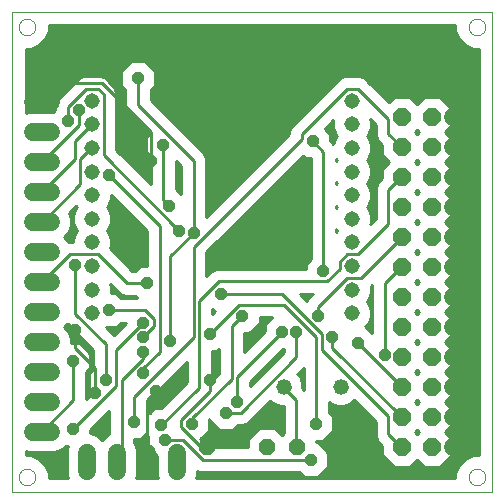
<source format=gbl>
G75*
G70*
%OFA0B0*%
%FSLAX24Y24*%
%IPPOS*%
%LPD*%
%AMOC8*
5,1,8,0,0,1.08239X$1,22.5*
%
%ADD10C,0.0000*%
%ADD11C,0.0520*%
%ADD12OC8,0.0520*%
%ADD13C,0.0515*%
%ADD14C,0.0600*%
%ADD15OC8,0.0600*%
%ADD16C,0.0100*%
%ADD17OC8,0.0400*%
D10*
X000417Y000150D02*
X000417Y016150D01*
X016417Y016150D01*
X016417Y000150D01*
X000417Y000150D01*
X000641Y000650D02*
X000643Y000683D01*
X000649Y000715D01*
X000658Y000746D01*
X000671Y000776D01*
X000688Y000804D01*
X000708Y000830D01*
X000731Y000854D01*
X000756Y000874D01*
X000784Y000892D01*
X000813Y000906D01*
X000844Y000916D01*
X000876Y000923D01*
X000909Y000926D01*
X000942Y000925D01*
X000974Y000920D01*
X001005Y000911D01*
X001036Y000899D01*
X001064Y000883D01*
X001091Y000864D01*
X001115Y000842D01*
X001136Y000817D01*
X001155Y000790D01*
X001170Y000761D01*
X001181Y000731D01*
X001189Y000699D01*
X001193Y000666D01*
X001193Y000634D01*
X001189Y000601D01*
X001181Y000569D01*
X001170Y000539D01*
X001155Y000510D01*
X001136Y000483D01*
X001115Y000458D01*
X001091Y000436D01*
X001064Y000417D01*
X001036Y000401D01*
X001005Y000389D01*
X000974Y000380D01*
X000942Y000375D01*
X000909Y000374D01*
X000876Y000377D01*
X000844Y000384D01*
X000813Y000394D01*
X000784Y000408D01*
X000756Y000426D01*
X000731Y000446D01*
X000708Y000470D01*
X000688Y000496D01*
X000671Y000524D01*
X000658Y000554D01*
X000649Y000585D01*
X000643Y000617D01*
X000641Y000650D01*
X015641Y000650D02*
X015643Y000683D01*
X015649Y000715D01*
X015658Y000746D01*
X015671Y000776D01*
X015688Y000804D01*
X015708Y000830D01*
X015731Y000854D01*
X015756Y000874D01*
X015784Y000892D01*
X015813Y000906D01*
X015844Y000916D01*
X015876Y000923D01*
X015909Y000926D01*
X015942Y000925D01*
X015974Y000920D01*
X016005Y000911D01*
X016036Y000899D01*
X016064Y000883D01*
X016091Y000864D01*
X016115Y000842D01*
X016136Y000817D01*
X016155Y000790D01*
X016170Y000761D01*
X016181Y000731D01*
X016189Y000699D01*
X016193Y000666D01*
X016193Y000634D01*
X016189Y000601D01*
X016181Y000569D01*
X016170Y000539D01*
X016155Y000510D01*
X016136Y000483D01*
X016115Y000458D01*
X016091Y000436D01*
X016064Y000417D01*
X016036Y000401D01*
X016005Y000389D01*
X015974Y000380D01*
X015942Y000375D01*
X015909Y000374D01*
X015876Y000377D01*
X015844Y000384D01*
X015813Y000394D01*
X015784Y000408D01*
X015756Y000426D01*
X015731Y000446D01*
X015708Y000470D01*
X015688Y000496D01*
X015671Y000524D01*
X015658Y000554D01*
X015649Y000585D01*
X015643Y000617D01*
X015641Y000650D01*
X015641Y015650D02*
X015643Y015683D01*
X015649Y015715D01*
X015658Y015746D01*
X015671Y015776D01*
X015688Y015804D01*
X015708Y015830D01*
X015731Y015854D01*
X015756Y015874D01*
X015784Y015892D01*
X015813Y015906D01*
X015844Y015916D01*
X015876Y015923D01*
X015909Y015926D01*
X015942Y015925D01*
X015974Y015920D01*
X016005Y015911D01*
X016036Y015899D01*
X016064Y015883D01*
X016091Y015864D01*
X016115Y015842D01*
X016136Y015817D01*
X016155Y015790D01*
X016170Y015761D01*
X016181Y015731D01*
X016189Y015699D01*
X016193Y015666D01*
X016193Y015634D01*
X016189Y015601D01*
X016181Y015569D01*
X016170Y015539D01*
X016155Y015510D01*
X016136Y015483D01*
X016115Y015458D01*
X016091Y015436D01*
X016064Y015417D01*
X016036Y015401D01*
X016005Y015389D01*
X015974Y015380D01*
X015942Y015375D01*
X015909Y015374D01*
X015876Y015377D01*
X015844Y015384D01*
X015813Y015394D01*
X015784Y015408D01*
X015756Y015426D01*
X015731Y015446D01*
X015708Y015470D01*
X015688Y015496D01*
X015671Y015524D01*
X015658Y015554D01*
X015649Y015585D01*
X015643Y015617D01*
X015641Y015650D01*
X000641Y015650D02*
X000643Y015683D01*
X000649Y015715D01*
X000658Y015746D01*
X000671Y015776D01*
X000688Y015804D01*
X000708Y015830D01*
X000731Y015854D01*
X000756Y015874D01*
X000784Y015892D01*
X000813Y015906D01*
X000844Y015916D01*
X000876Y015923D01*
X000909Y015926D01*
X000942Y015925D01*
X000974Y015920D01*
X001005Y015911D01*
X001036Y015899D01*
X001064Y015883D01*
X001091Y015864D01*
X001115Y015842D01*
X001136Y015817D01*
X001155Y015790D01*
X001170Y015761D01*
X001181Y015731D01*
X001189Y015699D01*
X001193Y015666D01*
X001193Y015634D01*
X001189Y015601D01*
X001181Y015569D01*
X001170Y015539D01*
X001155Y015510D01*
X001136Y015483D01*
X001115Y015458D01*
X001091Y015436D01*
X001064Y015417D01*
X001036Y015401D01*
X001005Y015389D01*
X000974Y015380D01*
X000942Y015375D01*
X000909Y015374D01*
X000876Y015377D01*
X000844Y015384D01*
X000813Y015394D01*
X000784Y015408D01*
X000756Y015426D01*
X000731Y015446D01*
X000708Y015470D01*
X000688Y015496D01*
X000671Y015524D01*
X000658Y015554D01*
X000649Y015585D01*
X000643Y015617D01*
X000641Y015650D01*
D11*
X009467Y003650D03*
X011367Y003650D03*
D12*
X011917Y001650D03*
X009917Y001650D03*
X008917Y001650D03*
X006917Y001650D03*
D13*
X003086Y006107D03*
X003086Y006894D03*
X003086Y007681D03*
X003086Y008469D03*
X003086Y009256D03*
X003086Y010044D03*
X003086Y010831D03*
X003086Y011619D03*
X003086Y012406D03*
X003086Y013193D03*
X011747Y013193D03*
X011747Y012406D03*
X011747Y011619D03*
X011747Y010831D03*
X011747Y010044D03*
X011747Y009256D03*
X011747Y008469D03*
X011747Y007681D03*
X011747Y006894D03*
X011747Y006107D03*
D14*
X015117Y005650D02*
X015717Y005650D01*
X015717Y004650D02*
X015117Y004650D01*
X015117Y003650D02*
X015717Y003650D01*
X015717Y002650D02*
X015117Y002650D01*
X015117Y001650D02*
X015717Y001650D01*
X015717Y006650D02*
X015117Y006650D01*
X015117Y007650D02*
X015717Y007650D01*
X015717Y008650D02*
X015117Y008650D01*
X015117Y009650D02*
X015717Y009650D01*
X015717Y010650D02*
X015117Y010650D01*
X015117Y011650D02*
X015717Y011650D01*
X015717Y012650D02*
X015117Y012650D01*
X005917Y001450D02*
X005917Y000850D01*
X004917Y000850D02*
X004917Y001450D01*
X003917Y001450D02*
X003917Y000850D01*
X002917Y000850D02*
X002917Y001450D01*
X001717Y002150D02*
X001117Y002150D01*
X001117Y003150D02*
X001717Y003150D01*
X001717Y004150D02*
X001117Y004150D01*
X001117Y005150D02*
X001717Y005150D01*
X001717Y006150D02*
X001117Y006150D01*
X001117Y007150D02*
X001717Y007150D01*
X001717Y008150D02*
X001117Y008150D01*
X001117Y009150D02*
X001717Y009150D01*
X001717Y010150D02*
X001117Y010150D01*
X001117Y011150D02*
X001717Y011150D01*
X001717Y012150D02*
X001117Y012150D01*
X001117Y013150D02*
X001717Y013150D01*
D15*
X013417Y012650D03*
X014417Y012650D03*
X014417Y011650D03*
X014417Y010650D03*
X014417Y009650D03*
X014417Y008650D03*
X013417Y008650D03*
X013417Y009650D03*
X013417Y010650D03*
X013417Y011650D03*
X013417Y007650D03*
X014417Y007650D03*
X014417Y006650D03*
X014417Y005650D03*
X014417Y004650D03*
X014417Y003650D03*
X014417Y002650D03*
X014417Y001650D03*
X013417Y001650D03*
X013417Y002650D03*
X013417Y003650D03*
X013417Y004650D03*
X013417Y005650D03*
X013417Y006650D03*
D16*
X013873Y006159D02*
X013961Y006159D01*
X013969Y006150D02*
X013917Y006202D01*
X013864Y006150D01*
X013917Y006098D01*
X013969Y006150D01*
X014864Y006150D02*
X015087Y006372D01*
X015087Y006928D01*
X014864Y007150D01*
X015087Y007372D01*
X015087Y007928D01*
X014864Y008150D01*
X015087Y008372D01*
X015087Y008928D01*
X014864Y009150D01*
X015087Y009372D01*
X015087Y009928D01*
X014864Y010150D01*
X015087Y010372D01*
X015087Y010928D01*
X014864Y011150D01*
X015087Y011372D01*
X015087Y011928D01*
X014864Y012150D01*
X015087Y012372D01*
X015087Y012928D01*
X014694Y013320D01*
X014139Y013320D01*
X013917Y013098D01*
X013694Y013320D01*
X013139Y013320D01*
X012970Y013151D01*
X012293Y013828D01*
X012175Y013946D01*
X012020Y014010D01*
X011493Y014010D01*
X011339Y013946D01*
X011221Y013828D01*
X009721Y012328D01*
X009657Y012174D01*
X009657Y012084D01*
X006897Y009324D01*
X006897Y011274D01*
X006833Y011428D01*
X006715Y011546D01*
X005037Y013224D01*
X005037Y013564D01*
X005187Y013714D01*
X005187Y014186D01*
X004853Y014520D01*
X004381Y014520D01*
X004047Y014186D01*
X004047Y013714D01*
X004197Y013564D01*
X004197Y012966D01*
X004261Y012812D01*
X004997Y012076D01*
X004887Y011966D01*
X004887Y011494D01*
X005037Y011344D01*
X005037Y010404D01*
X003897Y011544D01*
X003897Y013494D01*
X003833Y013648D01*
X003653Y013828D01*
X003535Y013946D01*
X003380Y014010D01*
X002793Y014010D01*
X002639Y013946D01*
X002039Y013346D01*
X001921Y013228D01*
X001857Y013074D01*
X001857Y012896D01*
X001781Y012820D01*
X000983Y012820D01*
X000867Y012772D01*
X000867Y014924D01*
X001061Y014924D01*
X001328Y015035D01*
X001532Y015239D01*
X001642Y015506D01*
X001642Y015700D01*
X015191Y015700D01*
X015191Y015506D01*
X015302Y015239D01*
X015506Y015035D01*
X015772Y014924D01*
X015967Y014924D01*
X015967Y001376D01*
X015772Y001376D01*
X015506Y001265D01*
X015302Y001061D01*
X015191Y000794D01*
X015191Y000600D01*
X006538Y000600D01*
X006587Y000717D01*
X006587Y000854D01*
X006693Y000810D01*
X009991Y000810D01*
X010141Y000660D01*
X010613Y000660D01*
X010947Y000994D01*
X010947Y001466D01*
X010613Y001800D01*
X010547Y001800D01*
X010547Y001860D01*
X010793Y001860D01*
X011127Y002194D01*
X011127Y002666D01*
X010977Y002816D01*
X010977Y003149D01*
X011010Y003116D01*
X011241Y003020D01*
X011492Y003020D01*
X011724Y003116D01*
X011820Y003213D01*
X012537Y002496D01*
X012537Y001986D01*
X012601Y001832D01*
X012747Y001686D01*
X012747Y001372D01*
X013139Y000980D01*
X013694Y000980D01*
X013917Y001202D01*
X014139Y000980D01*
X014694Y000980D01*
X015087Y001372D01*
X015087Y001928D01*
X014864Y002150D01*
X015087Y002372D01*
X015087Y002928D01*
X014864Y003150D01*
X015087Y003372D01*
X015087Y003928D01*
X014864Y004150D01*
X015087Y004372D01*
X015087Y004928D01*
X014864Y005150D01*
X015087Y005372D01*
X015087Y005928D01*
X014864Y006150D01*
X014873Y006159D02*
X015967Y006159D01*
X015967Y006257D02*
X014971Y006257D01*
X015070Y006356D02*
X015967Y006356D01*
X015967Y006454D02*
X015087Y006454D01*
X015087Y006553D02*
X015967Y006553D01*
X015967Y006651D02*
X015087Y006651D01*
X015087Y006750D02*
X015967Y006750D01*
X015967Y006848D02*
X015087Y006848D01*
X015068Y006947D02*
X015967Y006947D01*
X015967Y007045D02*
X014969Y007045D01*
X014871Y007144D02*
X015967Y007144D01*
X015967Y007242D02*
X014956Y007242D01*
X015055Y007341D02*
X015967Y007341D01*
X015967Y007439D02*
X015087Y007439D01*
X015087Y007538D02*
X015967Y007538D01*
X015967Y007636D02*
X015087Y007636D01*
X015087Y007735D02*
X015967Y007735D01*
X015967Y007833D02*
X015087Y007833D01*
X015083Y007932D02*
X015967Y007932D01*
X015967Y008030D02*
X014984Y008030D01*
X014886Y008129D02*
X015967Y008129D01*
X015967Y008227D02*
X014941Y008227D01*
X015040Y008326D02*
X015967Y008326D01*
X015967Y008424D02*
X015087Y008424D01*
X015087Y008523D02*
X015967Y008523D01*
X015967Y008621D02*
X015087Y008621D01*
X015087Y008720D02*
X015967Y008720D01*
X015967Y008818D02*
X015087Y008818D01*
X015087Y008917D02*
X015967Y008917D01*
X015967Y009015D02*
X014999Y009015D01*
X014901Y009114D02*
X015967Y009114D01*
X015967Y009212D02*
X014926Y009212D01*
X015025Y009311D02*
X015967Y009311D01*
X015967Y009409D02*
X015087Y009409D01*
X015087Y009508D02*
X015967Y009508D01*
X015967Y009606D02*
X015087Y009606D01*
X015087Y009705D02*
X015967Y009705D01*
X015967Y009803D02*
X015087Y009803D01*
X015087Y009902D02*
X015967Y009902D01*
X015967Y010000D02*
X015014Y010000D01*
X014916Y010099D02*
X015967Y010099D01*
X015967Y010197D02*
X014911Y010197D01*
X015010Y010296D02*
X015967Y010296D01*
X015967Y010394D02*
X015087Y010394D01*
X015087Y010493D02*
X015967Y010493D01*
X015967Y010591D02*
X015087Y010591D01*
X015087Y010690D02*
X015967Y010690D01*
X015967Y010788D02*
X015087Y010788D01*
X015087Y010887D02*
X015967Y010887D01*
X015967Y010985D02*
X015029Y010985D01*
X014931Y011084D02*
X015967Y011084D01*
X015967Y011182D02*
X014896Y011182D01*
X014995Y011281D02*
X015967Y011281D01*
X015967Y011379D02*
X015087Y011379D01*
X015087Y011478D02*
X015967Y011478D01*
X015967Y011576D02*
X015087Y011576D01*
X015087Y011675D02*
X015967Y011675D01*
X015967Y011773D02*
X015087Y011773D01*
X015087Y011872D02*
X015967Y011872D01*
X015967Y011970D02*
X015044Y011970D01*
X014946Y012069D02*
X015967Y012069D01*
X015967Y012167D02*
X014881Y012167D01*
X014980Y012266D02*
X015967Y012266D01*
X015967Y012364D02*
X015078Y012364D01*
X015087Y012463D02*
X015967Y012463D01*
X015967Y012561D02*
X015087Y012561D01*
X015087Y012660D02*
X015967Y012660D01*
X015967Y012758D02*
X015087Y012758D01*
X015087Y012857D02*
X015967Y012857D01*
X015967Y012955D02*
X015059Y012955D01*
X014961Y013054D02*
X015967Y013054D01*
X015967Y013152D02*
X014862Y013152D01*
X014764Y013251D02*
X015967Y013251D01*
X015967Y013349D02*
X012772Y013349D01*
X012870Y013251D02*
X013070Y013251D01*
X012971Y013152D02*
X012969Y013152D01*
X012673Y013448D02*
X015967Y013448D01*
X015967Y013546D02*
X012575Y013546D01*
X012476Y013645D02*
X015967Y013645D01*
X015967Y013743D02*
X012378Y013743D01*
X012293Y013828D02*
X012293Y013828D01*
X012279Y013842D02*
X015967Y013842D01*
X015967Y013940D02*
X012181Y013940D01*
X011937Y013590D02*
X012957Y012570D01*
X012957Y012090D01*
X013377Y011670D01*
X013417Y011650D01*
X013896Y011182D02*
X013937Y011182D01*
X013917Y011202D02*
X013969Y011150D01*
X013917Y011098D01*
X013864Y011150D01*
X013917Y011202D01*
X013417Y010650D02*
X013377Y010650D01*
X012957Y010230D01*
X012957Y009090D01*
X011937Y008070D01*
X011577Y008070D01*
X011337Y007830D01*
X011337Y007590D01*
X010917Y007170D01*
X007317Y007170D01*
X006657Y006510D01*
X006657Y003630D01*
X005397Y002370D01*
X004947Y002014D02*
X004947Y001654D01*
X005247Y001354D01*
X005247Y000717D01*
X005295Y000600D01*
X004538Y000600D01*
X004587Y000717D01*
X004587Y001583D01*
X004497Y001801D01*
X004497Y001920D01*
X004733Y001920D01*
X004887Y002074D01*
X004947Y002014D01*
X004939Y002022D02*
X004834Y002022D01*
X004736Y001923D02*
X004947Y001923D01*
X004947Y001825D02*
X004497Y001825D01*
X004528Y001726D02*
X004947Y001726D01*
X004973Y001628D02*
X004568Y001628D01*
X004587Y001529D02*
X005072Y001529D01*
X005170Y001431D02*
X004587Y001431D01*
X004587Y001332D02*
X005247Y001332D01*
X005247Y001234D02*
X004587Y001234D01*
X004587Y001135D02*
X005247Y001135D01*
X005247Y001037D02*
X004587Y001037D01*
X004587Y000938D02*
X005247Y000938D01*
X005247Y000840D02*
X004587Y000840D01*
X004587Y000741D02*
X005247Y000741D01*
X005277Y000643D02*
X004556Y000643D01*
X004917Y001150D02*
X004917Y003210D01*
X005217Y003510D01*
X005260Y003499D02*
X005932Y003499D01*
X006030Y003598D02*
X005358Y003598D01*
X005457Y003696D02*
X006129Y003696D01*
X006227Y003795D02*
X005555Y003795D01*
X005654Y003893D02*
X006237Y003893D01*
X006237Y003804D02*
X005373Y002940D01*
X005161Y002940D01*
X005007Y002786D01*
X004917Y002876D01*
X004917Y003156D01*
X006237Y004476D01*
X006237Y003804D01*
X006237Y003992D02*
X005752Y003992D01*
X005851Y004090D02*
X006237Y004090D01*
X006237Y004189D02*
X005949Y004189D01*
X006048Y004287D02*
X006237Y004287D01*
X006237Y004386D02*
X006146Y004386D01*
X005697Y005190D02*
X005697Y008010D01*
X006477Y008790D01*
X006477Y011190D01*
X004617Y013050D01*
X004617Y013950D01*
X005039Y014334D02*
X015967Y014334D01*
X015967Y014236D02*
X005137Y014236D01*
X005187Y014137D02*
X015967Y014137D01*
X015967Y014039D02*
X005187Y014039D01*
X005187Y013940D02*
X011333Y013940D01*
X011234Y013842D02*
X005187Y013842D01*
X005187Y013743D02*
X011136Y013743D01*
X011037Y013645D02*
X005117Y013645D01*
X005037Y013546D02*
X010939Y013546D01*
X010840Y013448D02*
X005037Y013448D01*
X005037Y013349D02*
X010742Y013349D01*
X010643Y013251D02*
X005037Y013251D01*
X005109Y013152D02*
X010545Y013152D01*
X010446Y013054D02*
X005207Y013054D01*
X005306Y012955D02*
X010348Y012955D01*
X010249Y012857D02*
X005404Y012857D01*
X005503Y012758D02*
X010151Y012758D01*
X010052Y012660D02*
X005601Y012660D01*
X005700Y012561D02*
X009954Y012561D01*
X009855Y012463D02*
X005798Y012463D01*
X005897Y012364D02*
X009757Y012364D01*
X009695Y012266D02*
X005995Y012266D01*
X006094Y012167D02*
X009657Y012167D01*
X009641Y012069D02*
X006192Y012069D01*
X006291Y011970D02*
X009543Y011970D01*
X009444Y011872D02*
X006389Y011872D01*
X006488Y011773D02*
X009346Y011773D01*
X009247Y011675D02*
X006586Y011675D01*
X006685Y011576D02*
X009149Y011576D01*
X009050Y011478D02*
X006783Y011478D01*
X006853Y011379D02*
X008952Y011379D01*
X008853Y011281D02*
X006894Y011281D01*
X006897Y011182D02*
X008755Y011182D01*
X008656Y011084D02*
X006897Y011084D01*
X006897Y010985D02*
X008558Y010985D01*
X008459Y010887D02*
X006897Y010887D01*
X006897Y010788D02*
X008361Y010788D01*
X008262Y010690D02*
X006897Y010690D01*
X006897Y010591D02*
X008164Y010591D01*
X008065Y010493D02*
X006897Y010493D01*
X006897Y010394D02*
X007967Y010394D01*
X007868Y010296D02*
X006897Y010296D01*
X006897Y010197D02*
X007770Y010197D01*
X007671Y010099D02*
X006897Y010099D01*
X006897Y010000D02*
X007573Y010000D01*
X007474Y009902D02*
X006897Y009902D01*
X006897Y009803D02*
X007376Y009803D01*
X007277Y009705D02*
X006897Y009705D01*
X006897Y009606D02*
X007179Y009606D01*
X007080Y009508D02*
X006897Y009508D01*
X006897Y009409D02*
X006982Y009409D01*
X007579Y008818D02*
X010377Y008818D01*
X010377Y008720D02*
X007480Y008720D01*
X007382Y008621D02*
X010377Y008621D01*
X010377Y008523D02*
X007283Y008523D01*
X007185Y008424D02*
X010377Y008424D01*
X010377Y008326D02*
X007086Y008326D01*
X006988Y008227D02*
X010377Y008227D01*
X010377Y008129D02*
X006897Y008129D01*
X006897Y008136D02*
X010121Y011360D01*
X010201Y011280D01*
X010377Y011280D01*
X010377Y007916D01*
X010227Y007766D01*
X010227Y007590D01*
X007233Y007590D01*
X007079Y007526D01*
X006961Y007408D01*
X006897Y007344D01*
X006897Y008136D01*
X006897Y008030D02*
X010377Y008030D01*
X010377Y007932D02*
X006897Y007932D01*
X006897Y007833D02*
X010294Y007833D01*
X010227Y007735D02*
X006897Y007735D01*
X006897Y007636D02*
X010227Y007636D01*
X010797Y007530D02*
X010797Y011490D01*
X010437Y011850D01*
X010077Y011910D02*
X010077Y012090D01*
X011577Y013590D01*
X011937Y013590D01*
X012356Y012577D02*
X012537Y012396D01*
X012537Y012006D01*
X012601Y011852D01*
X012747Y011706D01*
X012747Y011372D01*
X012969Y011150D01*
X012747Y010928D01*
X012747Y010614D01*
X012601Y010468D01*
X012537Y010314D01*
X012537Y009264D01*
X012354Y009081D01*
X012375Y009131D01*
X012375Y009381D01*
X012279Y009612D01*
X012241Y009650D01*
X012279Y009688D01*
X012375Y009919D01*
X012375Y010169D01*
X012279Y010399D01*
X012241Y010437D01*
X012279Y010476D01*
X012375Y010706D01*
X012375Y010956D01*
X012279Y011187D01*
X012241Y011225D01*
X012279Y011263D01*
X012375Y011494D01*
X012375Y011743D01*
X012279Y011974D01*
X012241Y012012D01*
X012279Y012050D01*
X012375Y012281D01*
X012375Y012531D01*
X012356Y012577D01*
X012362Y012561D02*
X012372Y012561D01*
X012375Y012463D02*
X012470Y012463D01*
X012537Y012364D02*
X012375Y012364D01*
X012368Y012266D02*
X012537Y012266D01*
X012537Y012167D02*
X012328Y012167D01*
X012287Y012069D02*
X012537Y012069D01*
X012552Y011970D02*
X012281Y011970D01*
X012322Y011872D02*
X012593Y011872D01*
X012680Y011773D02*
X012363Y011773D01*
X012375Y011675D02*
X012747Y011675D01*
X012747Y011576D02*
X012375Y011576D01*
X012368Y011478D02*
X012747Y011478D01*
X012747Y011379D02*
X012327Y011379D01*
X012287Y011281D02*
X012839Y011281D01*
X012937Y011182D02*
X012281Y011182D01*
X012322Y011084D02*
X012903Y011084D01*
X012804Y010985D02*
X012363Y010985D01*
X012375Y010887D02*
X012747Y010887D01*
X012747Y010788D02*
X012375Y010788D01*
X012368Y010690D02*
X012747Y010690D01*
X012724Y010591D02*
X012327Y010591D01*
X012286Y010493D02*
X012625Y010493D01*
X012570Y010394D02*
X012281Y010394D01*
X012322Y010296D02*
X012537Y010296D01*
X012537Y010197D02*
X012363Y010197D01*
X012375Y010099D02*
X012537Y010099D01*
X012537Y010000D02*
X012375Y010000D01*
X012368Y009902D02*
X012537Y009902D01*
X012537Y009803D02*
X012327Y009803D01*
X012286Y009705D02*
X012537Y009705D01*
X012537Y009606D02*
X012282Y009606D01*
X012322Y009508D02*
X012537Y009508D01*
X012537Y009409D02*
X012363Y009409D01*
X012375Y009311D02*
X012537Y009311D01*
X012485Y009212D02*
X012375Y009212D01*
X012367Y009114D02*
X012386Y009114D01*
X013417Y008650D02*
X012057Y007290D01*
X011577Y007290D01*
X010617Y006330D01*
X010617Y006030D01*
X010737Y005430D02*
X010737Y004890D01*
X012957Y002670D01*
X012957Y002070D01*
X013377Y001650D01*
X013417Y001650D01*
X013894Y002120D02*
X013939Y002120D01*
X013917Y002098D02*
X013864Y002150D01*
X013917Y002202D01*
X013969Y002150D01*
X013917Y002098D01*
X013417Y002650D02*
X013377Y002670D01*
X011097Y004950D01*
X011097Y005310D01*
X010737Y005430D02*
X009417Y006750D01*
X007377Y006750D01*
X007077Y006244D02*
X007141Y006180D01*
X007173Y006180D01*
X007077Y006084D01*
X007077Y006244D01*
X007077Y006159D02*
X007151Y006159D01*
X007737Y005670D02*
X008097Y006030D01*
X008539Y005666D02*
X008847Y005666D01*
X008847Y005726D02*
X008847Y005514D01*
X008157Y004824D01*
X008157Y005460D01*
X008333Y005460D01*
X008667Y005794D01*
X008667Y005970D01*
X009091Y005970D01*
X008847Y005726D01*
X008885Y005765D02*
X008637Y005765D01*
X008667Y005863D02*
X008984Y005863D01*
X009082Y005962D02*
X008667Y005962D01*
X008847Y005568D02*
X008440Y005568D01*
X008342Y005469D02*
X008802Y005469D01*
X008703Y005371D02*
X008157Y005371D01*
X008157Y005272D02*
X008605Y005272D01*
X008506Y005174D02*
X008157Y005174D01*
X008157Y005075D02*
X008408Y005075D01*
X008309Y004977D02*
X008157Y004977D01*
X008157Y004878D02*
X008211Y004878D01*
X008808Y004287D02*
X008940Y004287D01*
X008906Y004386D02*
X009038Y004386D01*
X009005Y004484D02*
X009137Y004484D01*
X009103Y004583D02*
X009235Y004583D01*
X009202Y004681D02*
X009334Y004681D01*
X009300Y004780D02*
X009432Y004780D01*
X009477Y004824D02*
X009477Y004920D01*
X009441Y004920D01*
X008337Y003816D01*
X008337Y003684D01*
X009477Y004824D01*
X009477Y004878D02*
X009399Y004878D01*
X009897Y004650D02*
X009897Y005490D01*
X009417Y005490D02*
X007917Y003990D01*
X007917Y003150D01*
X008037Y002790D02*
X007557Y002790D01*
X008037Y002790D02*
X009897Y004650D01*
X010137Y004296D02*
X010137Y003564D01*
X010097Y003604D01*
X010097Y003775D01*
X010001Y004007D01*
X009924Y004083D01*
X010135Y004294D01*
X010137Y004296D01*
X010137Y004287D02*
X010128Y004287D01*
X010137Y004189D02*
X010029Y004189D01*
X009931Y004090D02*
X010137Y004090D01*
X010137Y003992D02*
X010007Y003992D01*
X010048Y003893D02*
X010137Y003893D01*
X010137Y003795D02*
X010089Y003795D01*
X010097Y003696D02*
X010137Y003696D01*
X010137Y003598D02*
X010103Y003598D01*
X009897Y003210D02*
X009477Y003630D01*
X009467Y003650D01*
X009897Y003210D02*
X009897Y001650D01*
X009917Y001650D01*
X009477Y002101D02*
X009417Y002041D01*
X009178Y002280D01*
X008656Y002280D01*
X008287Y001911D01*
X008287Y001650D01*
X006951Y001650D01*
X006697Y001904D01*
X006987Y002194D01*
X006987Y002586D01*
X006987Y002554D01*
X007321Y002220D01*
X007793Y002220D01*
X007943Y002370D01*
X008120Y002370D01*
X008275Y002434D01*
X009033Y003193D01*
X009110Y003116D01*
X009341Y003020D01*
X009477Y003020D01*
X009477Y002101D01*
X009477Y002120D02*
X009338Y002120D01*
X009239Y002219D02*
X009477Y002219D01*
X009477Y002317D02*
X007890Y002317D01*
X008230Y002416D02*
X009477Y002416D01*
X009477Y002514D02*
X008355Y002514D01*
X008453Y002613D02*
X009477Y002613D01*
X009477Y002711D02*
X008552Y002711D01*
X008650Y002810D02*
X009477Y002810D01*
X009477Y002908D02*
X008749Y002908D01*
X008847Y003007D02*
X009477Y003007D01*
X009136Y003105D02*
X008946Y003105D01*
X008349Y003696D02*
X008337Y003696D01*
X008337Y003795D02*
X008447Y003795D01*
X008414Y003893D02*
X008546Y003893D01*
X008512Y003992D02*
X008644Y003992D01*
X008611Y004090D02*
X008743Y004090D01*
X008709Y004189D02*
X008841Y004189D01*
X007737Y003930D02*
X007737Y005670D01*
X007977Y006390D02*
X007017Y005430D01*
X006477Y005310D02*
X006477Y008310D01*
X010077Y011910D01*
X010041Y011281D02*
X010200Y011281D01*
X010377Y011182D02*
X009943Y011182D01*
X009844Y011084D02*
X010377Y011084D01*
X010377Y010985D02*
X009746Y010985D01*
X009647Y010887D02*
X010377Y010887D01*
X010377Y010788D02*
X009549Y010788D01*
X009450Y010690D02*
X010377Y010690D01*
X010377Y010591D02*
X009352Y010591D01*
X009253Y010493D02*
X010377Y010493D01*
X010377Y010394D02*
X009155Y010394D01*
X009056Y010296D02*
X010377Y010296D01*
X010377Y010197D02*
X008958Y010197D01*
X008859Y010099D02*
X010377Y010099D01*
X010377Y010000D02*
X008761Y010000D01*
X008662Y009902D02*
X010377Y009902D01*
X010377Y009803D02*
X008564Y009803D01*
X008465Y009705D02*
X010377Y009705D01*
X010377Y009606D02*
X008367Y009606D01*
X008268Y009508D02*
X010377Y009508D01*
X010377Y009409D02*
X008170Y009409D01*
X008071Y009311D02*
X010377Y009311D01*
X010377Y009212D02*
X007973Y009212D01*
X007874Y009114D02*
X010377Y009114D01*
X010377Y009015D02*
X007776Y009015D01*
X007677Y008917D02*
X010377Y008917D01*
X011217Y008900D02*
X011254Y008863D01*
X011217Y008826D01*
X011217Y008900D01*
X011217Y009613D02*
X011217Y009687D01*
X011254Y009650D01*
X011217Y009613D01*
X011217Y010400D02*
X011217Y010474D01*
X011254Y010437D01*
X011217Y010400D01*
X011217Y011188D02*
X011217Y011262D01*
X011254Y011225D01*
X011217Y011188D01*
X011125Y011756D02*
X011007Y011874D01*
X011007Y012086D01*
X010837Y012256D01*
X011126Y012545D01*
X011120Y012531D01*
X011120Y012281D01*
X011215Y012050D01*
X011254Y012012D01*
X011215Y011974D01*
X011125Y011756D01*
X011132Y011773D02*
X011108Y011773D01*
X011173Y011872D02*
X011009Y011872D01*
X011007Y011970D02*
X011214Y011970D01*
X011208Y012069D02*
X011007Y012069D01*
X010926Y012167D02*
X011167Y012167D01*
X011126Y012266D02*
X010846Y012266D01*
X010945Y012364D02*
X011120Y012364D01*
X011120Y012463D02*
X011043Y012463D01*
X013764Y013251D02*
X014070Y013251D01*
X013971Y013152D02*
X013862Y013152D01*
X013917Y012202D02*
X013969Y012150D01*
X013917Y012098D01*
X013864Y012150D01*
X013917Y012202D01*
X013952Y012167D02*
X013881Y012167D01*
X013917Y010202D02*
X013969Y010150D01*
X013917Y010098D01*
X013864Y010150D01*
X013917Y010202D01*
X013911Y010197D02*
X013922Y010197D01*
X013916Y010099D02*
X013918Y010099D01*
X013917Y009202D02*
X013969Y009150D01*
X013917Y009098D01*
X013864Y009150D01*
X013917Y009202D01*
X013901Y009114D02*
X013933Y009114D01*
X013917Y008202D02*
X013969Y008150D01*
X013917Y008098D01*
X013864Y008150D01*
X013917Y008202D01*
X013886Y008129D02*
X013948Y008129D01*
X013417Y007650D02*
X013377Y007650D01*
X012837Y007110D01*
X012837Y004710D01*
X012417Y005456D02*
X012200Y005672D01*
X012279Y005751D01*
X012375Y005982D01*
X012375Y006232D01*
X012279Y006462D01*
X012241Y006500D01*
X012279Y006539D01*
X012375Y006769D01*
X012375Y007014D01*
X012417Y007056D01*
X012417Y005456D01*
X012417Y005469D02*
X012404Y005469D01*
X012417Y005568D02*
X012305Y005568D01*
X012207Y005666D02*
X012417Y005666D01*
X012417Y005765D02*
X012285Y005765D01*
X012326Y005863D02*
X012417Y005863D01*
X012417Y005962D02*
X012366Y005962D01*
X012375Y006060D02*
X012417Y006060D01*
X012417Y006159D02*
X012375Y006159D01*
X012364Y006257D02*
X012417Y006257D01*
X012417Y006356D02*
X012323Y006356D01*
X012283Y006454D02*
X012417Y006454D01*
X012417Y006553D02*
X012285Y006553D01*
X012326Y006651D02*
X012417Y006651D01*
X012417Y006750D02*
X012367Y006750D01*
X012375Y006848D02*
X012417Y006848D01*
X012417Y006947D02*
X012375Y006947D01*
X012406Y007045D02*
X012417Y007045D01*
X013864Y007150D02*
X013917Y007202D01*
X013969Y007150D01*
X013917Y007098D01*
X013864Y007150D01*
X013871Y007144D02*
X013963Y007144D01*
X014954Y006060D02*
X015967Y006060D01*
X015967Y005962D02*
X015053Y005962D01*
X015087Y005863D02*
X015967Y005863D01*
X015967Y005765D02*
X015087Y005765D01*
X015087Y005666D02*
X015967Y005666D01*
X015967Y005568D02*
X015087Y005568D01*
X015087Y005469D02*
X015967Y005469D01*
X015967Y005371D02*
X015085Y005371D01*
X014986Y005272D02*
X015967Y005272D01*
X015967Y005174D02*
X014888Y005174D01*
X014939Y005075D02*
X015967Y005075D01*
X015967Y004977D02*
X015038Y004977D01*
X015087Y004878D02*
X015967Y004878D01*
X015967Y004780D02*
X015087Y004780D01*
X015087Y004681D02*
X015967Y004681D01*
X015967Y004583D02*
X015087Y004583D01*
X015087Y004484D02*
X015967Y004484D01*
X015967Y004386D02*
X015087Y004386D01*
X015001Y004287D02*
X015967Y004287D01*
X015967Y004189D02*
X014903Y004189D01*
X014924Y004090D02*
X015967Y004090D01*
X015967Y003992D02*
X015023Y003992D01*
X015087Y003893D02*
X015967Y003893D01*
X015967Y003795D02*
X015087Y003795D01*
X015087Y003696D02*
X015967Y003696D01*
X015967Y003598D02*
X015087Y003598D01*
X015087Y003499D02*
X015967Y003499D01*
X015967Y003401D02*
X015087Y003401D01*
X015016Y003302D02*
X015967Y003302D01*
X015967Y003204D02*
X014918Y003204D01*
X014909Y003105D02*
X015967Y003105D01*
X015967Y003007D02*
X015008Y003007D01*
X015087Y002908D02*
X015967Y002908D01*
X015967Y002810D02*
X015087Y002810D01*
X015087Y002711D02*
X015967Y002711D01*
X015967Y002613D02*
X015087Y002613D01*
X015087Y002514D02*
X015967Y002514D01*
X015967Y002416D02*
X015087Y002416D01*
X015031Y002317D02*
X015967Y002317D01*
X015967Y002219D02*
X014933Y002219D01*
X014894Y002120D02*
X015967Y002120D01*
X015967Y002022D02*
X014993Y002022D01*
X015087Y001923D02*
X015967Y001923D01*
X015967Y001825D02*
X015087Y001825D01*
X015087Y001726D02*
X015967Y001726D01*
X015967Y001628D02*
X015087Y001628D01*
X015087Y001529D02*
X015967Y001529D01*
X015967Y001431D02*
X015087Y001431D01*
X015046Y001332D02*
X015667Y001332D01*
X015474Y001234D02*
X014948Y001234D01*
X014849Y001135D02*
X015376Y001135D01*
X015291Y001037D02*
X014751Y001037D01*
X015210Y000840D02*
X010792Y000840D01*
X010891Y000938D02*
X015251Y000938D01*
X015191Y000741D02*
X010694Y000741D01*
X010947Y001037D02*
X013083Y001037D01*
X012984Y001135D02*
X010947Y001135D01*
X010947Y001234D02*
X012886Y001234D01*
X012787Y001332D02*
X010947Y001332D01*
X010947Y001431D02*
X012747Y001431D01*
X012747Y001529D02*
X010884Y001529D01*
X010785Y001628D02*
X012747Y001628D01*
X012707Y001726D02*
X010687Y001726D01*
X010547Y001825D02*
X012608Y001825D01*
X012563Y001923D02*
X010856Y001923D01*
X010954Y002022D02*
X012537Y002022D01*
X012537Y002120D02*
X011053Y002120D01*
X011127Y002219D02*
X012537Y002219D01*
X012537Y002317D02*
X011127Y002317D01*
X011127Y002416D02*
X012537Y002416D01*
X012519Y002514D02*
X011127Y002514D01*
X011127Y002613D02*
X012420Y002613D01*
X012322Y002711D02*
X011082Y002711D01*
X010983Y002810D02*
X012223Y002810D01*
X012125Y002908D02*
X010977Y002908D01*
X010977Y003007D02*
X012026Y003007D01*
X011928Y003105D02*
X011697Y003105D01*
X011811Y003204D02*
X011829Y003204D01*
X011036Y003105D02*
X010977Y003105D01*
X010557Y002430D02*
X010557Y005310D01*
X009477Y006390D01*
X007977Y006390D01*
X006992Y007439D02*
X006897Y007439D01*
X006897Y007538D02*
X007106Y007538D01*
X005997Y008850D02*
X003477Y011370D01*
X003477Y013410D01*
X003297Y013590D01*
X002877Y013590D01*
X002277Y012990D01*
X002277Y012510D01*
X002637Y012390D02*
X002637Y012870D01*
X002637Y012390D02*
X001437Y011190D01*
X001417Y011150D01*
X001417Y010150D02*
X002517Y011250D01*
X002517Y011850D01*
X003057Y012390D01*
X003086Y012406D01*
X003086Y011619D02*
X003057Y011610D01*
X002697Y011250D01*
X002697Y010410D01*
X001437Y009150D01*
X001417Y009150D01*
X002164Y008650D02*
X002285Y008770D01*
X002387Y009017D01*
X002387Y009283D01*
X002321Y009441D01*
X002561Y009681D01*
X002592Y009650D01*
X002554Y009612D01*
X002458Y009381D01*
X002458Y009131D01*
X002554Y008901D01*
X002592Y008863D01*
X002554Y008824D01*
X002458Y008594D01*
X002458Y008490D01*
X002301Y008490D01*
X002285Y008530D01*
X002164Y008650D01*
X002193Y008621D02*
X002470Y008621D01*
X002458Y008523D02*
X002288Y008523D01*
X002234Y008720D02*
X002511Y008720D01*
X002551Y008818D02*
X002304Y008818D01*
X002345Y008917D02*
X002548Y008917D01*
X002507Y009015D02*
X002386Y009015D01*
X002387Y009114D02*
X002466Y009114D01*
X002458Y009212D02*
X002387Y009212D01*
X002375Y009311D02*
X002458Y009311D01*
X002470Y009409D02*
X002335Y009409D01*
X002388Y009508D02*
X002511Y009508D01*
X002487Y009606D02*
X002552Y009606D01*
X003580Y009650D02*
X003618Y009612D01*
X003713Y009381D01*
X003713Y009131D01*
X003618Y008901D01*
X003580Y008863D01*
X003618Y008824D01*
X003713Y008594D01*
X003713Y008344D01*
X003685Y008276D01*
X004431Y007530D01*
X004531Y007530D01*
X004681Y007680D01*
X004917Y007680D01*
X004917Y008856D01*
X003713Y010059D01*
X003713Y009919D01*
X003618Y009688D01*
X003580Y009650D01*
X003620Y009606D02*
X004167Y009606D01*
X004265Y009508D02*
X003661Y009508D01*
X003702Y009409D02*
X004364Y009409D01*
X004462Y009311D02*
X003713Y009311D01*
X003713Y009212D02*
X004561Y009212D01*
X004659Y009114D02*
X003706Y009114D01*
X003665Y009015D02*
X004758Y009015D01*
X004856Y008917D02*
X003624Y008917D01*
X003621Y008818D02*
X004917Y008818D01*
X004917Y008720D02*
X003661Y008720D01*
X003702Y008621D02*
X004917Y008621D01*
X004917Y008523D02*
X003713Y008523D01*
X003713Y008424D02*
X004917Y008424D01*
X004917Y008326D02*
X003706Y008326D01*
X003734Y008227D02*
X004917Y008227D01*
X004917Y008129D02*
X003832Y008129D01*
X003931Y008030D02*
X004917Y008030D01*
X004917Y007932D02*
X004029Y007932D01*
X004128Y007833D02*
X004917Y007833D01*
X004917Y007735D02*
X004226Y007735D01*
X004325Y007636D02*
X004637Y007636D01*
X004538Y007538D02*
X004423Y007538D01*
X004257Y007110D02*
X003297Y008070D01*
X002337Y008070D01*
X001417Y007150D01*
X002517Y007710D02*
X002517Y006090D01*
X003537Y005070D01*
X003537Y003870D01*
X003177Y003450D02*
X003177Y004290D01*
X002517Y004950D01*
X002517Y005550D01*
X002445Y005568D02*
X002247Y005568D01*
X002285Y005530D02*
X002164Y005650D01*
X002263Y005749D01*
X002279Y005734D01*
X003117Y004896D01*
X003117Y004256D01*
X002967Y004106D01*
X002967Y003634D01*
X003107Y003494D01*
X002877Y003264D01*
X002877Y004144D01*
X003027Y004294D01*
X003027Y004766D01*
X002693Y005100D01*
X002387Y005100D01*
X002387Y005283D01*
X002285Y005530D01*
X002310Y005469D02*
X002544Y005469D01*
X002642Y005371D02*
X002351Y005371D01*
X002387Y005272D02*
X002741Y005272D01*
X002839Y005174D02*
X002387Y005174D01*
X002718Y005075D02*
X002938Y005075D01*
X003036Y004977D02*
X002816Y004977D01*
X002915Y004878D02*
X003117Y004878D01*
X003117Y004780D02*
X003013Y004780D01*
X003027Y004681D02*
X003117Y004681D01*
X003117Y004583D02*
X003027Y004583D01*
X003027Y004484D02*
X003117Y004484D01*
X003117Y004386D02*
X003027Y004386D01*
X003020Y004287D02*
X003117Y004287D01*
X003049Y004189D02*
X002921Y004189D01*
X002877Y004090D02*
X002967Y004090D01*
X002967Y003992D02*
X002877Y003992D01*
X002877Y003893D02*
X002967Y003893D01*
X002967Y003795D02*
X002877Y003795D01*
X002877Y003696D02*
X002967Y003696D01*
X003003Y003598D02*
X002877Y003598D01*
X002877Y003499D02*
X003102Y003499D01*
X003013Y003401D02*
X002877Y003401D01*
X002877Y003302D02*
X002915Y003302D01*
X002457Y003210D02*
X001437Y002190D01*
X001417Y002150D01*
X001850Y001480D02*
X000983Y001480D01*
X000867Y001528D01*
X000867Y001376D01*
X001061Y001376D01*
X001328Y001265D01*
X001532Y001061D01*
X001642Y000794D01*
X001642Y000600D01*
X002295Y000600D01*
X002247Y000717D01*
X002247Y001583D01*
X002287Y001680D01*
X002221Y001680D01*
X002207Y001693D01*
X002096Y001582D01*
X001850Y001480D01*
X001968Y001529D02*
X002247Y001529D01*
X002247Y001431D02*
X000867Y001431D01*
X001166Y001332D02*
X002247Y001332D01*
X002247Y001234D02*
X001359Y001234D01*
X001458Y001135D02*
X002247Y001135D01*
X002247Y001037D02*
X001542Y001037D01*
X001583Y000938D02*
X002247Y000938D01*
X002247Y000840D02*
X001624Y000840D01*
X001642Y000741D02*
X002247Y000741D01*
X002277Y000643D02*
X001642Y000643D01*
X002142Y001628D02*
X002265Y001628D01*
X002457Y002250D02*
X003897Y003690D01*
X003897Y004890D01*
X004797Y005790D01*
X005157Y005910D02*
X005157Y005670D01*
X004797Y005310D01*
X004797Y004830D02*
X004797Y004590D01*
X004077Y003870D01*
X004077Y001290D01*
X003957Y001170D01*
X003917Y001150D01*
X003417Y001898D02*
X003296Y002018D01*
X003050Y002120D01*
X003027Y002120D01*
X003657Y002120D01*
X003657Y002068D02*
X003537Y002018D01*
X003417Y001898D01*
X003442Y001923D02*
X003391Y001923D01*
X003288Y002022D02*
X003546Y002022D01*
X003657Y002068D02*
X003657Y002856D01*
X003027Y002226D01*
X003027Y002120D01*
X003027Y002219D02*
X003657Y002219D01*
X003657Y002317D02*
X003118Y002317D01*
X003216Y002416D02*
X003657Y002416D01*
X003657Y002514D02*
X003315Y002514D01*
X003413Y002613D02*
X003657Y002613D01*
X003657Y002711D02*
X003512Y002711D01*
X003610Y002810D02*
X003657Y002810D01*
X004497Y002490D02*
X004497Y003330D01*
X006477Y005310D01*
X007077Y004860D02*
X007253Y004860D01*
X007317Y004924D01*
X007317Y004104D01*
X007077Y003864D01*
X007077Y004860D01*
X007077Y004780D02*
X007317Y004780D01*
X007317Y004878D02*
X007271Y004878D01*
X007317Y004681D02*
X007077Y004681D01*
X007077Y004583D02*
X007317Y004583D01*
X007317Y004484D02*
X007077Y004484D01*
X007077Y004386D02*
X007317Y004386D01*
X007317Y004287D02*
X007077Y004287D01*
X007077Y004189D02*
X007317Y004189D01*
X007303Y004090D02*
X007077Y004090D01*
X007077Y003992D02*
X007204Y003992D01*
X007106Y003893D02*
X007077Y003893D01*
X007017Y003870D02*
X007017Y003510D01*
X006057Y002550D01*
X006057Y002310D01*
X006717Y001650D01*
X006917Y001650D01*
X006875Y001726D02*
X008287Y001726D01*
X008287Y001825D02*
X006776Y001825D01*
X006716Y001923D02*
X008299Y001923D01*
X008397Y002022D02*
X006814Y002022D01*
X006913Y002120D02*
X008496Y002120D01*
X008594Y002219D02*
X006987Y002219D01*
X006987Y002317D02*
X007224Y002317D01*
X007125Y002416D02*
X006987Y002416D01*
X006987Y002514D02*
X007027Y002514D01*
X006987Y002586D02*
X006987Y002586D01*
X006417Y002610D02*
X006417Y002430D01*
X006417Y002610D02*
X007737Y003930D01*
X005833Y003401D02*
X005161Y003401D01*
X005063Y003302D02*
X005735Y003302D01*
X005636Y003204D02*
X004964Y003204D01*
X004917Y003105D02*
X005538Y003105D01*
X005439Y003007D02*
X004917Y003007D01*
X004917Y002908D02*
X005129Y002908D01*
X005030Y002810D02*
X004983Y002810D01*
X005517Y001890D02*
X006117Y001890D01*
X006777Y001230D01*
X010377Y001230D01*
X010060Y000741D02*
X006587Y000741D01*
X006587Y000840D02*
X006622Y000840D01*
X006556Y000643D02*
X015191Y000643D01*
X014083Y001037D02*
X013751Y001037D01*
X013849Y001135D02*
X013984Y001135D01*
X013917Y003098D02*
X013864Y003150D01*
X013917Y003202D01*
X013969Y003150D01*
X013917Y003098D01*
X013924Y003105D02*
X013909Y003105D01*
X013417Y003650D02*
X011937Y005130D01*
X010344Y006651D02*
X010110Y006651D01*
X010208Y006553D02*
X010254Y006553D01*
X010261Y006568D02*
X010241Y006520D01*
X010011Y006750D01*
X010443Y006750D01*
X010261Y006568D01*
X010442Y006750D02*
X010011Y006750D01*
X013864Y005150D02*
X013917Y005202D01*
X013969Y005150D01*
X013917Y005098D01*
X013864Y005150D01*
X013888Y005174D02*
X013946Y005174D01*
X013917Y004202D02*
X013969Y004150D01*
X013917Y004098D01*
X013864Y004150D01*
X013917Y004202D01*
X013903Y004189D02*
X013931Y004189D01*
X006057Y010076D02*
X005877Y010256D01*
X005877Y011196D01*
X006057Y011016D01*
X006057Y010076D01*
X006057Y010099D02*
X006034Y010099D01*
X006057Y010197D02*
X005936Y010197D01*
X005877Y010296D02*
X006057Y010296D01*
X006057Y010394D02*
X005877Y010394D01*
X005877Y010493D02*
X006057Y010493D01*
X006057Y010591D02*
X005877Y010591D01*
X005877Y010690D02*
X006057Y010690D01*
X006057Y010788D02*
X005877Y010788D01*
X005877Y010887D02*
X006057Y010887D01*
X006057Y010985D02*
X005877Y010985D01*
X005877Y011084D02*
X005989Y011084D01*
X005891Y011182D02*
X005877Y011182D01*
X005457Y011730D02*
X005457Y009870D01*
X005637Y009690D01*
X005337Y009030D02*
X003657Y010710D01*
X003713Y010000D02*
X003773Y010000D01*
X003706Y009902D02*
X003871Y009902D01*
X003970Y009803D02*
X003665Y009803D01*
X003625Y009705D02*
X004068Y009705D01*
X004948Y010493D02*
X005037Y010493D01*
X005037Y010591D02*
X004850Y010591D01*
X004751Y010690D02*
X005037Y010690D01*
X005037Y010788D02*
X004653Y010788D01*
X004554Y010887D02*
X005037Y010887D01*
X005037Y010985D02*
X004456Y010985D01*
X004357Y011084D02*
X005037Y011084D01*
X005037Y011182D02*
X004259Y011182D01*
X004160Y011281D02*
X005037Y011281D01*
X005037Y011190D02*
X005037Y012150D01*
X003417Y013770D01*
X002037Y013770D01*
X001417Y013150D01*
X001817Y012857D02*
X000867Y012857D01*
X000867Y012955D02*
X001857Y012955D01*
X001857Y013054D02*
X000867Y013054D01*
X000867Y013152D02*
X001889Y013152D01*
X001943Y013251D02*
X000867Y013251D01*
X000867Y013349D02*
X002042Y013349D01*
X002140Y013448D02*
X000867Y013448D01*
X000867Y013546D02*
X002239Y013546D01*
X002337Y013645D02*
X000867Y013645D01*
X000867Y013743D02*
X002436Y013743D01*
X002534Y013842D02*
X000867Y013842D01*
X000867Y013940D02*
X002633Y013940D01*
X003541Y013940D02*
X004047Y013940D01*
X004047Y013842D02*
X003639Y013842D01*
X003738Y013743D02*
X004047Y013743D01*
X004116Y013645D02*
X003834Y013645D01*
X003875Y013546D02*
X004197Y013546D01*
X004197Y013448D02*
X003897Y013448D01*
X003897Y013349D02*
X004197Y013349D01*
X004197Y013251D02*
X003897Y013251D01*
X003897Y013152D02*
X004197Y013152D01*
X004197Y013054D02*
X003897Y013054D01*
X003897Y012955D02*
X004201Y012955D01*
X004242Y012857D02*
X003897Y012857D01*
X003897Y012758D02*
X004315Y012758D01*
X004413Y012660D02*
X003897Y012660D01*
X003897Y012561D02*
X004512Y012561D01*
X004610Y012463D02*
X003897Y012463D01*
X003897Y012364D02*
X004709Y012364D01*
X004807Y012266D02*
X003897Y012266D01*
X003897Y012167D02*
X004906Y012167D01*
X004989Y012069D02*
X003897Y012069D01*
X003897Y011970D02*
X004891Y011970D01*
X004887Y011872D02*
X003897Y011872D01*
X003897Y011773D02*
X004887Y011773D01*
X004887Y011675D02*
X003897Y011675D01*
X003897Y011576D02*
X004887Y011576D01*
X004903Y011478D02*
X003963Y011478D01*
X004062Y011379D02*
X005002Y011379D01*
X005337Y009030D02*
X005337Y004830D01*
X004797Y004290D01*
X004797Y004110D01*
X003807Y005394D02*
X003561Y005640D01*
X003893Y005640D01*
X004043Y005790D01*
X004203Y005790D01*
X003807Y005394D01*
X003732Y005469D02*
X003882Y005469D01*
X003980Y005568D02*
X003633Y005568D01*
X003919Y005666D02*
X004079Y005666D01*
X004017Y005765D02*
X004177Y005765D01*
X003657Y006210D02*
X004857Y006210D01*
X005157Y005910D01*
X004591Y006630D02*
X004043Y006630D01*
X003893Y006780D01*
X003713Y006780D01*
X003713Y007019D01*
X003685Y007088D01*
X004019Y006754D01*
X004173Y006690D01*
X004531Y006690D01*
X004591Y006630D01*
X004570Y006651D02*
X004022Y006651D01*
X004029Y006750D02*
X003923Y006750D01*
X003925Y006848D02*
X003713Y006848D01*
X003713Y006947D02*
X003826Y006947D01*
X003728Y007045D02*
X003703Y007045D01*
X004257Y007110D02*
X004917Y007110D01*
X002347Y005666D02*
X002180Y005666D01*
X002457Y004530D02*
X002457Y003210D01*
X000867Y014039D02*
X004047Y014039D01*
X004047Y014137D02*
X000867Y014137D01*
X000867Y014236D02*
X004096Y014236D01*
X004195Y014334D02*
X000867Y014334D01*
X000867Y014433D02*
X004293Y014433D01*
X004940Y014433D02*
X015967Y014433D01*
X015967Y014531D02*
X000867Y014531D01*
X000867Y014630D02*
X015967Y014630D01*
X015967Y014728D02*
X000867Y014728D01*
X000867Y014827D02*
X015967Y014827D01*
X015771Y014925D02*
X001063Y014925D01*
X001300Y015024D02*
X015533Y015024D01*
X015418Y015122D02*
X001415Y015122D01*
X001513Y015221D02*
X015320Y015221D01*
X015268Y015319D02*
X001565Y015319D01*
X001606Y015418D02*
X015228Y015418D01*
X015191Y015516D02*
X001642Y015516D01*
X001642Y015615D02*
X015191Y015615D01*
D17*
X010437Y011850D03*
X006477Y008790D03*
X005997Y008850D03*
X005637Y009690D03*
X005037Y011190D03*
X005457Y011730D03*
X003657Y010710D03*
X002277Y012510D03*
X002637Y012870D03*
X004617Y013950D03*
X002517Y007710D03*
X003657Y006210D03*
X004797Y005790D03*
X004797Y005310D03*
X004797Y004830D03*
X004797Y004110D03*
X005217Y003510D03*
X004497Y002490D03*
X005397Y002370D03*
X005517Y001890D03*
X006417Y002430D03*
X007557Y002790D03*
X007917Y003150D03*
X007017Y003870D03*
X005697Y005190D03*
X007017Y005430D03*
X008097Y006030D03*
X007377Y006750D03*
X009417Y005490D03*
X009897Y005490D03*
X010617Y006030D03*
X011097Y005310D03*
X011937Y005130D03*
X012837Y004710D03*
X010557Y002430D03*
X010377Y001230D03*
X004917Y007110D03*
X002517Y005550D03*
X002457Y004530D03*
X003537Y003870D03*
X003177Y003450D03*
X002457Y002250D03*
X010797Y007530D03*
M02*

</source>
